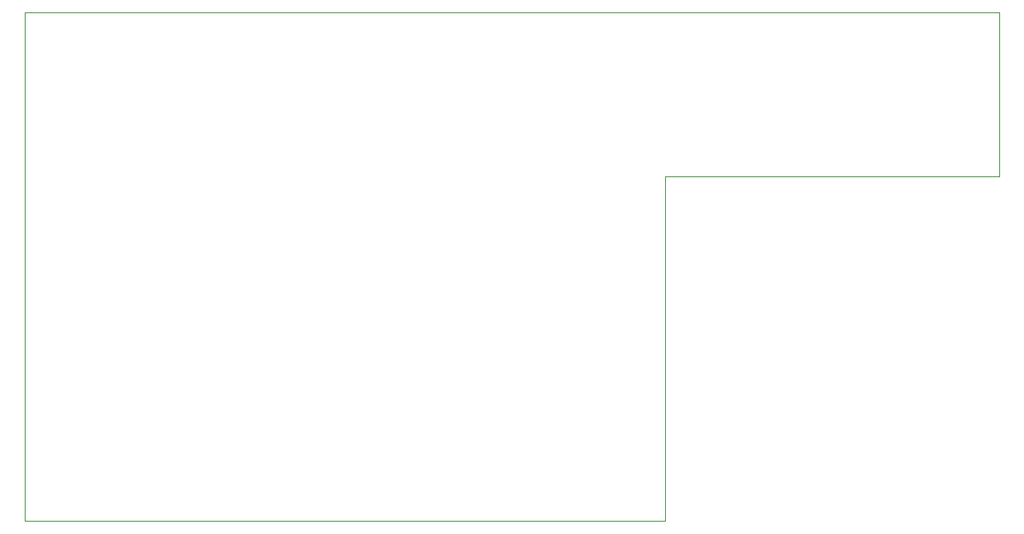
<source format=gm1>
G04 #@! TF.GenerationSoftware,KiCad,Pcbnew,(6.0.1)*
G04 #@! TF.CreationDate,2022-08-11T12:27:20+02:00*
G04 #@! TF.ProjectId,DMX,444d582e-6b69-4636-9164-5f7063625858,rev?*
G04 #@! TF.SameCoordinates,Original*
G04 #@! TF.FileFunction,Profile,NP*
%FSLAX46Y46*%
G04 Gerber Fmt 4.6, Leading zero omitted, Abs format (unit mm)*
G04 Created by KiCad (PCBNEW (6.0.1)) date 2022-08-11 12:27:20*
%MOMM*%
%LPD*%
G01*
G04 APERTURE LIST*
G04 #@! TA.AperFunction,Profile*
%ADD10C,0.050000*%
G04 #@! TD*
G04 APERTURE END LIST*
D10*
X30750000Y-75250000D02*
X130750000Y-75250000D01*
X130750000Y-75250000D02*
X130750000Y-92050000D01*
X130750000Y-92050000D02*
X96500000Y-92050000D01*
X96500000Y-92050000D02*
X96500000Y-127500000D01*
X96500000Y-127500000D02*
X30750000Y-127500000D01*
X30750000Y-127500000D02*
X30750000Y-75250000D01*
M02*

</source>
